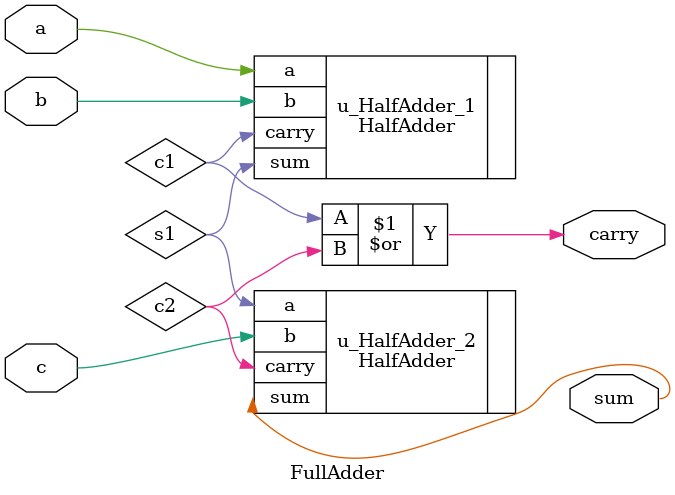
<source format=v>
`timescale 1ns / 1ps


module FullAdder(
    input   a       , 
    input   b       ,
    input   c       ,
    output  sum     ,
    output  carry   );

    wire s1, c1, c2;

    HalfAdder u_HalfAdder_1 ( .a(a), .b(b), .sum(s1), .carry(c1) );
    HalfAdder u_HalfAdder_2 ( .a(s1), .b(c), .sum(sum), .carry(c2) );
    or(carry, c1, c2);

endmodule

</source>
